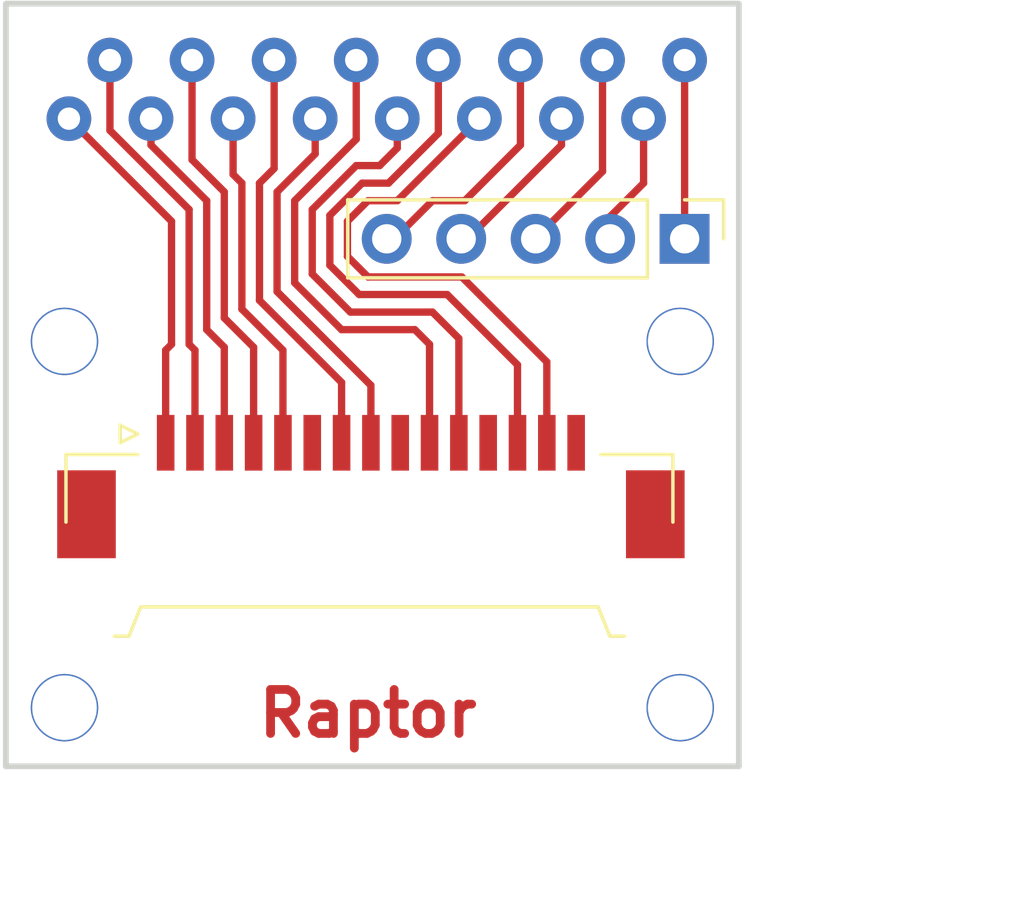
<source format=kicad_pcb>
(kicad_pcb (version 4) (host pcbnew 4.0.5)

  (general
    (links 16)
    (no_connects 0)
    (area 135.419999 97.874999 174.07029 131.300001)
    (thickness 1.6)
    (drawings 8)
    (tracks 84)
    (zones 0)
    (modules 7)
    (nets 21)
  )

  (page A4)
  (title_block
    (title Raptor)
  )

  (layers
    (0 F.Cu signal)
    (31 B.Cu signal hide)
    (32 B.Adhes user hide)
    (33 F.Adhes user hide)
    (34 B.Paste user hide)
    (35 F.Paste user hide)
    (36 B.SilkS user hide)
    (37 F.SilkS user hide)
    (38 B.Mask user hide)
    (39 F.Mask user hide)
    (40 Dwgs.User user hide)
    (41 Cmts.User user hide)
    (42 Eco1.User user hide)
    (43 Eco2.User user hide)
    (44 Edge.Cuts user)
    (45 Margin user hide)
    (46 B.CrtYd user hide)
    (47 F.CrtYd user)
    (48 B.Fab user)
    (49 F.Fab user hide)
  )

  (setup
    (last_trace_width 0.25)
    (trace_clearance 0.2)
    (zone_clearance 0.508)
    (zone_45_only yes)
    (trace_min 0.2)
    (segment_width 0.2)
    (edge_width 0.2)
    (via_size 0.6)
    (via_drill 0.4)
    (via_min_size 0.4)
    (via_min_drill 0.3)
    (uvia_size 0.3)
    (uvia_drill 0.1)
    (uvias_allowed no)
    (uvia_min_size 0.2)
    (uvia_min_drill 0.1)
    (pcb_text_width 0.3)
    (pcb_text_size 1.5 1.5)
    (mod_edge_width 0.15)
    (mod_text_size 1 1)
    (mod_text_width 0.15)
    (pad_size 1.5 1.5)
    (pad_drill 0.6)
    (pad_to_mask_clearance 0)
    (aux_axis_origin 0 0)
    (grid_origin 128.27 127)
    (visible_elements 7FFFFFFF)
    (pcbplotparams
      (layerselection 0x00030_80000001)
      (usegerberextensions false)
      (excludeedgelayer true)
      (linewidth 0.100000)
      (plotframeref false)
      (viasonmask false)
      (mode 1)
      (useauxorigin false)
      (hpglpennumber 1)
      (hpglpenspeed 20)
      (hpglpendiameter 15)
      (hpglpenoverlay 2)
      (psnegative false)
      (psa4output false)
      (plotreference true)
      (plotvalue true)
      (plotinvisibletext false)
      (padsonsilk false)
      (subtractmaskfromsilk false)
      (outputformat 1)
      (mirror false)
      (drillshape 0)
      (scaleselection 1)
      (outputdirectory ""))
  )

  (net 0 "")
  (net 1 "Net-(P1-Pad1)")
  (net 2 "Net-(P1-Pad2)")
  (net 3 "Net-(P1-Pad3)")
  (net 4 "Net-(P1-Pad4)")
  (net 5 "Net-(P1-Pad5)")
  (net 6 "Net-(P1-Pad6)")
  (net 7 "Net-(P1-Pad7)")
  (net 8 "Net-(P1-Pad8)")
  (net 9 "Net-(P1-Pad9)")
  (net 10 "Net-(P1-Pad10)")
  (net 11 "Net-(P1-Pad11)")
  (net 12 "Net-(P1-Pad12)")
  (net 13 "Net-(P1-Pad13)")
  (net 14 "Net-(P1-Pad14)")
  (net 15 "Net-(P1-Pad15)")
  (net 16 "Net-(P2-Pad3)")
  (net 17 "Net-(P2-Pad4)")
  (net 18 "Net-(P2-Pad5)")
  (net 19 "Net-(P2-Pad2)")
  (net 20 "Net-(P2-Pad1)")

  (net_class Default "To jest domyślna klasa połączeń."
    (clearance 0.2)
    (trace_width 0.25)
    (via_dia 0.6)
    (via_drill 0.4)
    (uvia_dia 0.3)
    (uvia_drill 0.1)
    (add_net "Net-(P1-Pad1)")
    (add_net "Net-(P1-Pad10)")
    (add_net "Net-(P1-Pad11)")
    (add_net "Net-(P1-Pad12)")
    (add_net "Net-(P1-Pad13)")
    (add_net "Net-(P1-Pad14)")
    (add_net "Net-(P1-Pad15)")
    (add_net "Net-(P1-Pad2)")
    (add_net "Net-(P1-Pad3)")
    (add_net "Net-(P1-Pad4)")
    (add_net "Net-(P1-Pad5)")
    (add_net "Net-(P1-Pad6)")
    (add_net "Net-(P1-Pad7)")
    (add_net "Net-(P1-Pad8)")
    (add_net "Net-(P1-Pad9)")
    (add_net "Net-(P2-Pad1)")
    (add_net "Net-(P2-Pad2)")
    (add_net "Net-(P2-Pad3)")
    (add_net "Net-(P2-Pad4)")
    (add_net "Net-(P2-Pad5)")
  )

  (module Pin_Headers:Pin_Header_Straight_1x05_Pitch2.54mm (layer F.Cu) (tedit 58DDFB18) (tstamp 58DDFC2E)
    (at 158.67 106 270)
    (descr "Through hole straight pin header, 1x05, 2.54mm pitch, single row")
    (tags "Through hole pin header THT 1x05 2.54mm single row")
    (path /58DDF822)
    (fp_text reference "" (at 0 -2.33 270) (layer F.SilkS)
      (effects (font (size 1 1) (thickness 0.15)))
    )
    (fp_text value "" (at 0 12.49 270) (layer F.Fab)
      (effects (font (size 1 1) (thickness 0.15)))
    )
    (fp_line (start -1.27 -1.27) (end -1.27 11.43) (layer F.Fab) (width 0.1))
    (fp_line (start -1.27 11.43) (end 1.27 11.43) (layer F.Fab) (width 0.1))
    (fp_line (start 1.27 11.43) (end 1.27 -1.27) (layer F.Fab) (width 0.1))
    (fp_line (start 1.27 -1.27) (end -1.27 -1.27) (layer F.Fab) (width 0.1))
    (fp_line (start -1.33 1.27) (end -1.33 11.49) (layer F.SilkS) (width 0.12))
    (fp_line (start -1.33 11.49) (end 1.33 11.49) (layer F.SilkS) (width 0.12))
    (fp_line (start 1.33 11.49) (end 1.33 1.27) (layer F.SilkS) (width 0.12))
    (fp_line (start 1.33 1.27) (end -1.33 1.27) (layer F.SilkS) (width 0.12))
    (fp_line (start -1.33 0) (end -1.33 -1.33) (layer F.SilkS) (width 0.12))
    (fp_line (start -1.33 -1.33) (end 0 -1.33) (layer F.SilkS) (width 0.12))
    (fp_line (start -1.8 -1.8) (end -1.8 11.95) (layer F.CrtYd) (width 0.05))
    (fp_line (start -1.8 11.95) (end 1.8 11.95) (layer F.CrtYd) (width 0.05))
    (fp_line (start 1.8 11.95) (end 1.8 -1.8) (layer F.CrtYd) (width 0.05))
    (fp_line (start 1.8 -1.8) (end -1.8 -1.8) (layer F.CrtYd) (width 0.05))
    (fp_text user %R (at 0 -2.33 270) (layer F.Fab)
      (effects (font (size 1 1) (thickness 0.15)))
    )
    (pad 1 thru_hole rect (at 0 0 270) (size 1.7 1.7) (drill 1) (layers *.Cu *.Mask)
      (net 20 "Net-(P2-Pad1)"))
    (pad 2 thru_hole oval (at 0 2.54 270) (size 1.7 1.7) (drill 1) (layers *.Cu *.Mask)
      (net 19 "Net-(P2-Pad2)"))
    (pad 3 thru_hole oval (at 0 5.08 270) (size 1.7 1.7) (drill 1) (layers *.Cu *.Mask)
      (net 16 "Net-(P2-Pad3)"))
    (pad 4 thru_hole oval (at 0 7.62 270) (size 1.7 1.7) (drill 1) (layers *.Cu *.Mask)
      (net 17 "Net-(P2-Pad4)"))
    (pad 5 thru_hole oval (at 0 10.16 270) (size 1.7 1.7) (drill 1) (layers *.Cu *.Mask)
      (net 18 "Net-(P2-Pad5)"))
    (model ${KISYS3DMOD}/Pin_Headers.3dshapes/Pin_Header_Straight_1x05_Pitch2.54mm.wrl
      (at (xyz 0 -0.2 0))
      (scale (xyz 1 1 1))
      (rotate (xyz 0 0 90))
    )
  )

  (module rpi:2.20mmDrill (layer F.Cu) (tedit 58C424E1) (tstamp 58C426D1)
    (at 137.52 122)
    (descr "WireConnection with 2.5mm drill")
    (fp_text reference "" (at 4.8514 0.2032) (layer F.SilkS)
      (effects (font (size 1 1) (thickness 0.15)))
    )
    (fp_text value "" (at 5.08 3.81) (layer F.Fab)
      (effects (font (size 1 1) (thickness 0.15)))
    )
    (pad "" thru_hole circle (at 0 0) (size 2.3 2.3) (drill 2.2) (layers *.Cu *.Mask))
  )

  (module rpi:2.20mmDrill (layer F.Cu) (tedit 58C424E1) (tstamp 58C426DA)
    (at 158.52 109.5)
    (descr "WireConnection with 2.5mm drill")
    (fp_text reference "" (at 4.8514 0.2032) (layer F.SilkS)
      (effects (font (size 1 1) (thickness 0.15)))
    )
    (fp_text value "" (at 5.08 3.81) (layer F.Fab)
      (effects (font (size 1 1) (thickness 0.15)))
    )
    (pad "" thru_hole circle (at 0 0) (size 2.3 2.3) (drill 2.2) (layers *.Cu *.Mask))
  )

  (module rpi:2.20mmDrill (layer F.Cu) (tedit 58C424E1) (tstamp 58C426E3)
    (at 158.52 122)
    (descr "WireConnection with 2.5mm drill")
    (fp_text reference "" (at 4.8514 0.2032) (layer F.SilkS)
      (effects (font (size 1 1) (thickness 0.15)))
    )
    (fp_text value "" (at 5.08 3.81) (layer F.Fab)
      (effects (font (size 1 1) (thickness 0.15)))
    )
    (pad "" thru_hole circle (at 0 0) (size 2.3 2.3) (drill 2.2) (layers *.Cu *.Mask))
  )

  (module rpi:2.20mmDrill (layer F.Cu) (tedit 58C424E1) (tstamp 58C426F5)
    (at 137.52 109.5)
    (descr "WireConnection with 2.5mm drill")
    (fp_text reference "" (at 4.8514 0.2032) (layer F.SilkS)
      (effects (font (size 1 1) (thickness 0.15)))
    )
    (fp_text value "" (at 5.08 3.81) (layer F.Fab)
      (effects (font (size 1 1) (thickness 0.15)))
    )
    (pad "" thru_hole circle (at 0 0) (size 2.3 2.3) (drill 2.2) (layers *.Cu *.Mask))
  )

  (module objects:flat_cable_connector_16pin (layer F.Cu) (tedit 58DDFB0E) (tstamp 58DDFC42)
    (at 148.27 102.9)
    (path /58DE03D8)
    (fp_text reference "" (at 1 2.5) (layer F.SilkS)
      (effects (font (size 1 1) (thickness 0.15)))
    )
    (fp_text value "" (at 0 1) (layer F.Fab)
      (effects (font (size 1 1) (thickness 0.15)))
    )
    (pad 16 thru_hole circle (at 10.4 -3) (size 1.524 1.524) (drill 0.762) (layers *.Cu *.Mask)
      (net 20 "Net-(P2-Pad1)"))
    (pad 3 thru_hole circle (at -7.8 -1) (size 1.524 1.524) (drill 0.762) (layers *.Cu *.Mask)
      (net 3 "Net-(P1-Pad3)"))
    (pad 4 thru_hole circle (at -6.4 -3) (size 1.524 1.524) (drill 0.762) (layers *.Cu *.Mask)
      (net 4 "Net-(P1-Pad4)"))
    (pad 5 thru_hole circle (at -5 -1) (size 1.524 1.524) (drill 0.762) (layers *.Cu *.Mask)
      (net 5 "Net-(P1-Pad5)"))
    (pad 6 thru_hole circle (at -3.6 -3) (size 1.524 1.524) (drill 0.762) (layers *.Cu *.Mask)
      (net 7 "Net-(P1-Pad7)"))
    (pad 7 thru_hole circle (at -2.2 -1) (size 1.524 1.524) (drill 0.762) (layers *.Cu *.Mask)
      (net 8 "Net-(P1-Pad8)"))
    (pad 8 thru_hole circle (at -0.8 -3) (size 1.524 1.524) (drill 0.762) (layers *.Cu *.Mask)
      (net 10 "Net-(P1-Pad10)"))
    (pad 9 thru_hole circle (at 0.6 -1) (size 1.524 1.524) (drill 0.762) (layers *.Cu *.Mask)
      (net 11 "Net-(P1-Pad11)"))
    (pad 10 thru_hole circle (at 2 -3) (size 1.524 1.524) (drill 0.762) (layers *.Cu *.Mask)
      (net 13 "Net-(P1-Pad13)"))
    (pad 11 thru_hole circle (at 3.4 -1) (size 1.524 1.524) (drill 0.762) (layers *.Cu *.Mask)
      (net 14 "Net-(P1-Pad14)"))
    (pad 12 thru_hole circle (at 4.8 -3) (size 1.524 1.524) (drill 0.762) (layers *.Cu *.Mask)
      (net 18 "Net-(P2-Pad5)"))
    (pad 13 thru_hole circle (at 6.2 -1) (size 1.524 1.524) (drill 0.762) (layers *.Cu *.Mask)
      (net 17 "Net-(P2-Pad4)"))
    (pad 2 thru_hole circle (at -9.2 -3) (size 1.524 1.524) (drill 0.762) (layers *.Cu *.Mask)
      (net 2 "Net-(P1-Pad2)"))
    (pad 14 thru_hole circle (at 7.6 -3) (size 1.524 1.524) (drill 0.762) (layers *.Cu *.Mask)
      (net 16 "Net-(P2-Pad3)"))
    (pad 1 thru_hole circle (at -10.6 -1) (size 1.524 1.524) (drill 0.762) (layers *.Cu *.Mask)
      (net 1 "Net-(P1-Pad1)"))
    (pad 15 thru_hole circle (at 9 -1) (size 1.524 1.524) (drill 0.762) (layers *.Cu *.Mask)
      (net 19 "Net-(P2-Pad2)"))
  )

  (module objects:FFC_connector_15x1.0mm (layer F.Cu) (tedit 58DE1A60) (tstamp 58DDFC16)
    (at 147.87 115.4)
    (descr "Molex Panelmate series connector, 1.25mm pitch, side entry SMT, P/N: 53780-1570")
    (tags "conn molex panelmate")
    (path /58DDF909)
    (attr smd)
    (fp_text reference "" (at 0.05 -4.84) (layer F.SilkS)
      (effects (font (size 1 1) (thickness 0.15)))
    )
    (fp_text value "" (at -0.05 5.66) (layer F.Fab)
      (effects (font (size 1 1) (thickness 0.15)))
    )
    (fp_text user %R (at 0.05 0.46) (layer F.Fab)
      (effects (font (size 1 1) (thickness 0.15)))
    )
    (fp_line (start 10.25 -1.89) (end -10.15 -1.89) (layer F.Fab) (width 0.1))
    (fp_line (start -10.15 -1.89) (end -10.15 4.01) (layer F.Fab) (width 0.1))
    (fp_line (start -10.15 4.01) (end -8.25 4.01) (layer F.Fab) (width 0.1))
    (fp_line (start -8.25 4.01) (end -7.85 3.01) (layer F.Fab) (width 0.1))
    (fp_line (start -7.85 3.01) (end 7.95 3.01) (layer F.Fab) (width 0.1))
    (fp_line (start 7.95 3.01) (end 8.35 4.01) (layer F.Fab) (width 0.1))
    (fp_line (start 8.35 4.01) (end 10.25 4.01) (layer F.Fab) (width 0.1))
    (fp_line (start 10.25 4.01) (end 10.25 -1.89) (layer F.Fab) (width 0.1))
    (fp_line (start -7.85 -2.04) (end -10.3 -2.04) (layer F.SilkS) (width 0.12))
    (fp_line (start -10.3 -2.04) (end -10.3 0.265) (layer F.SilkS) (width 0.12))
    (fp_line (start 7.95 -2.04) (end 10.4 -2.04) (layer F.SilkS) (width 0.12))
    (fp_line (start 10.4 -2.04) (end 10.4 0.265) (layer F.SilkS) (width 0.12))
    (fp_line (start -8.65 4.16) (end -8.15 4.16) (layer F.SilkS) (width 0.12))
    (fp_line (start -8.15 4.16) (end -7.75 3.16) (layer F.SilkS) (width 0.12))
    (fp_line (start -7.75 3.16) (end 7.85 3.16) (layer F.SilkS) (width 0.12))
    (fp_line (start 7.85 3.16) (end 8.25 4.16) (layer F.SilkS) (width 0.12))
    (fp_line (start 8.25 4.16) (end 8.75 4.16) (layer F.SilkS) (width 0.12))
    (fp_line (start -7.85 -2.74) (end -8.45 -3.04) (layer F.SilkS) (width 0.12))
    (fp_line (start -8.45 -3.04) (end -8.45 -2.44) (layer F.SilkS) (width 0.12))
    (fp_line (start -8.45 -2.44) (end -7.85 -2.74) (layer F.SilkS) (width 0.12))
    (fp_line (start -7.85 -2.74) (end -8.45 -3.04) (layer F.Fab) (width 0.1))
    (fp_line (start -8.45 -3.04) (end -8.45 -2.44) (layer F.Fab) (width 0.1))
    (fp_line (start -8.45 -2.44) (end -7.85 -2.74) (layer F.Fab) (width 0.1))
    (fp_line (start -10.95 -3.9) (end -10.95 4.7) (layer F.CrtYd) (width 0.05))
    (fp_line (start -10.95 4.7) (end 11.05 4.7) (layer F.CrtYd) (width 0.05))
    (fp_line (start 11.05 4.7) (end 11.05 -3.9) (layer F.CrtYd) (width 0.05))
    (fp_line (start 11.05 -3.9) (end -10.95 -3.9) (layer F.CrtYd) (width 0.05))
    (pad "" smd rect (at -9.6 0) (size 2 3) (layers F.Cu F.Paste F.Mask))
    (pad 1 smd rect (at -6.9 -2.44) (size 0.6 1.9) (layers F.Cu F.Paste F.Mask)
      (net 1 "Net-(P1-Pad1)"))
    (pad 2 smd rect (at -5.9 -2.44) (size 0.6 1.9) (layers F.Cu F.Paste F.Mask)
      (net 2 "Net-(P1-Pad2)"))
    (pad 3 smd rect (at -4.9 -2.44) (size 0.6 1.9) (layers F.Cu F.Paste F.Mask)
      (net 3 "Net-(P1-Pad3)"))
    (pad 4 smd rect (at -3.9 -2.44) (size 0.6 1.9) (layers F.Cu F.Paste F.Mask)
      (net 4 "Net-(P1-Pad4)"))
    (pad 5 smd rect (at -2.9 -2.44) (size 0.6 1.9) (layers F.Cu F.Paste F.Mask)
      (net 5 "Net-(P1-Pad5)"))
    (pad 6 smd rect (at -1.9 -2.44) (size 0.6 1.9) (layers F.Cu F.Paste F.Mask)
      (net 6 "Net-(P1-Pad6)"))
    (pad 7 smd rect (at -0.9 -2.44) (size 0.6 1.9) (layers F.Cu F.Paste F.Mask)
      (net 7 "Net-(P1-Pad7)"))
    (pad 8 smd rect (at 0.1 -2.44) (size 0.6 1.9) (layers F.Cu F.Paste F.Mask)
      (net 8 "Net-(P1-Pad8)"))
    (pad 9 smd rect (at 1.1 -2.44) (size 0.6 1.9) (layers F.Cu F.Paste F.Mask)
      (net 9 "Net-(P1-Pad9)"))
    (pad 10 smd rect (at 2.1 -2.44) (size 0.6 1.9) (layers F.Cu F.Paste F.Mask)
      (net 10 "Net-(P1-Pad10)"))
    (pad 11 smd rect (at 3.1 -2.44) (size 0.6 1.9) (layers F.Cu F.Paste F.Mask)
      (net 11 "Net-(P1-Pad11)"))
    (pad 12 smd rect (at 4.1 -2.44) (size 0.6 1.9) (layers F.Cu F.Paste F.Mask)
      (net 12 "Net-(P1-Pad12)"))
    (pad 13 smd rect (at 5.1 -2.44) (size 0.6 1.9) (layers F.Cu F.Paste F.Mask)
      (net 13 "Net-(P1-Pad13)"))
    (pad 14 smd rect (at 6.1 -2.44) (size 0.6 1.9) (layers F.Cu F.Paste F.Mask)
      (net 14 "Net-(P1-Pad14)"))
    (pad 15 smd rect (at 7.1 -2.44) (size 0.6 1.9) (layers F.Cu F.Paste F.Mask)
      (net 15 "Net-(P1-Pad15)"))
    (pad "" smd rect (at 9.8 0) (size 2 3) (layers F.Cu F.Paste F.Mask))
    (model Connectors_Molex.3dshapes/Molex_Panelmate-53780-1570_15x1.25mm_Angled.wrl
      (at (xyz 0 0 0))
      (scale (xyz 1 1 1))
      (rotate (xyz 0 0 0))
    )
  )

  (dimension 26.000192 (width 0.3) (layer B.Fab)
    (gr_text "26,000 mm" (at 167.57029 111.027116 89.7796327) (layer B.Fab)
      (effects (font (size 1.5 1.5) (thickness 0.3)))
    )
    (feature1 (pts (xy 160.57 98) (xy 168.97028 98.032309)))
    (feature2 (pts (xy 160.47 124) (xy 168.87028 124.032309)))
    (crossbar (pts (xy 166.1703 124.021924) (xy 166.2703 98.021924)))
    (arrow1a (pts (xy 166.2703 98.021924) (xy 166.852384 99.150675)))
    (arrow1b (pts (xy 166.2703 98.021924) (xy 165.679551 99.146164)))
    (arrow2a (pts (xy 166.1703 124.021924) (xy 166.761049 122.897684)))
    (arrow2b (pts (xy 166.1703 124.021924) (xy 165.588216 122.893173)))
  )
  (dimension 25 (width 0.3) (layer B.Fab)
    (gr_text "25,000 mm" (at 147.97 129.95) (layer B.Fab)
      (effects (font (size 1.5 1.5) (thickness 0.3)))
    )
    (feature1 (pts (xy 160.47 124) (xy 160.47 131.3)))
    (feature2 (pts (xy 135.47 124) (xy 135.47 131.3)))
    (crossbar (pts (xy 135.47 128.6) (xy 160.47 128.6)))
    (arrow1a (pts (xy 160.47 128.6) (xy 159.343496 129.186421)))
    (arrow1b (pts (xy 160.47 128.6) (xy 159.343496 128.013579)))
    (arrow2a (pts (xy 135.47 128.6) (xy 136.596504 129.186421)))
    (arrow2b (pts (xy 135.47 128.6) (xy 136.596504 128.013579)))
  )
  (gr_line (start 160.52 124) (end 160.52 98) (angle 90) (layer Edge.Cuts) (width 0.2))
  (gr_text Raptor (at 147.87 122.2) (layer F.Cu)
    (effects (font (size 1.5 1.5) (thickness 0.3)))
  )
  (gr_line (start 160.52 97.975) (end 135.52 97.975) (angle 90) (layer Edge.Cuts) (width 0.2))
  (gr_circle (center 158.47 122) (end 158.47 123) (layer F.Fab) (width 0.2))
  (gr_line (start 135.52 124) (end 135.52 98) (angle 90) (layer Edge.Cuts) (width 0.2))
  (gr_line (start 160.52 124) (end 135.52 124) (angle 90) (layer Edge.Cuts) (width 0.2))

  (segment (start 140.97 112.96) (end 140.97 109.8) (width 0.25) (layer F.Cu) (net 1) (status 400000))
  (segment (start 141.17 105.4) (end 137.67 101.9) (width 0.25) (layer F.Cu) (net 1) (tstamp 58DE32EA) (status 800000))
  (segment (start 141.17 109.6) (end 141.17 105.4) (width 0.25) (layer F.Cu) (net 1) (tstamp 58DE32DF))
  (segment (start 140.97 109.8) (end 141.17 109.6) (width 0.25) (layer F.Cu) (net 1) (tstamp 58DE32DB))
  (segment (start 141.97 112.96) (end 141.97 109.8) (width 0.25) (layer F.Cu) (net 2) (status 400000))
  (segment (start 139.07 102.3) (end 139.07 99.9) (width 0.25) (layer F.Cu) (net 2) (tstamp 58DE32D6) (status 800000))
  (segment (start 141.77 105) (end 139.07 102.3) (width 0.25) (layer F.Cu) (net 2) (tstamp 58DE32CC))
  (segment (start 141.77 109.6) (end 141.77 105) (width 0.25) (layer F.Cu) (net 2) (tstamp 58DE32C7))
  (segment (start 141.97 109.8) (end 141.77 109.6) (width 0.25) (layer F.Cu) (net 2) (tstamp 58DE32BC))
  (segment (start 142.97 112.96) (end 142.97 109.7) (width 0.25) (layer F.Cu) (net 3) (status 400000))
  (segment (start 140.47 102.8) (end 140.47 101.9) (width 0.25) (layer F.Cu) (net 3) (tstamp 58DE31C7) (status 800000))
  (segment (start 142.37 104.7) (end 140.47 102.8) (width 0.25) (layer F.Cu) (net 3) (tstamp 58DE31BA))
  (segment (start 142.37 109.1) (end 142.37 104.7) (width 0.25) (layer F.Cu) (net 3) (tstamp 58DE31AC))
  (segment (start 142.97 109.7) (end 142.37 109.1) (width 0.25) (layer F.Cu) (net 3) (tstamp 58DE31A6))
  (segment (start 143.97 112.96) (end 143.97 109.7) (width 0.25) (layer F.Cu) (net 4) (status 400000))
  (segment (start 141.87 103.3) (end 141.87 99.9) (width 0.25) (layer F.Cu) (net 4) (tstamp 58DE31A0) (status 800000))
  (segment (start 142.97 104.4) (end 141.87 103.3) (width 0.25) (layer F.Cu) (net 4) (tstamp 58DE3196))
  (segment (start 142.97 108.7) (end 142.97 104.4) (width 0.25) (layer F.Cu) (net 4) (tstamp 58DE318D))
  (segment (start 143.97 109.7) (end 142.97 108.7) (width 0.25) (layer F.Cu) (net 4) (tstamp 58DE3186))
  (segment (start 144.97 112.96) (end 144.97 109.8) (width 0.25) (layer F.Cu) (net 5) (status 400000))
  (segment (start 143.27 103.8) (end 143.27 101.9) (width 0.25) (layer F.Cu) (net 5) (tstamp 58DE314B) (status 800000))
  (segment (start 143.57 104.1) (end 143.27 103.8) (width 0.25) (layer F.Cu) (net 5) (tstamp 58DE3146))
  (segment (start 143.57 108.4) (end 143.57 104.1) (width 0.25) (layer F.Cu) (net 5) (tstamp 58DE3138))
  (segment (start 144.97 109.8) (end 143.57 108.4) (width 0.25) (layer F.Cu) (net 5) (tstamp 58DE3127))
  (segment (start 146.97 112.96) (end 146.97 110.9) (width 0.25) (layer F.Cu) (net 7) (status 400000))
  (segment (start 144.67 103.6) (end 144.67 99.9) (width 0.25) (layer F.Cu) (net 7) (tstamp 58DE3120) (status 800000))
  (segment (start 144.17 104.1) (end 144.67 103.6) (width 0.25) (layer F.Cu) (net 7) (tstamp 58DE311A))
  (segment (start 144.17 108.1) (end 144.17 104.1) (width 0.25) (layer F.Cu) (net 7) (tstamp 58DE3110))
  (segment (start 146.97 110.9) (end 144.17 108.1) (width 0.25) (layer F.Cu) (net 7) (tstamp 58DE30F9))
  (segment (start 147.97 112.96) (end 147.97 111) (width 0.25) (layer F.Cu) (net 8) (status 400000))
  (segment (start 146.07 103.1) (end 146.07 101.9) (width 0.25) (layer F.Cu) (net 8) (tstamp 58DE3172) (status 800000))
  (segment (start 144.77 104.4) (end 146.07 103.1) (width 0.25) (layer F.Cu) (net 8) (tstamp 58DE316C))
  (segment (start 144.77 107.8) (end 144.77 104.4) (width 0.25) (layer F.Cu) (net 8) (tstamp 58DE3166))
  (segment (start 147.97 111) (end 144.77 107.8) (width 0.25) (layer F.Cu) (net 8) (tstamp 58DE315D))
  (segment (start 146.07 102.4) (end 146.07 101.9) (width 0.25) (layer F.Cu) (net 8) (tstamp 58DE2DE2))
  (segment (start 149.97 112.96) (end 149.97 109.6) (width 0.25) (layer F.Cu) (net 10) (status 400000))
  (segment (start 147.47 102.6) (end 147.47 99.9) (width 0.25) (layer F.Cu) (net 10) (tstamp 58DE30A8) (status 800000))
  (segment (start 145.37 104.7) (end 147.47 102.6) (width 0.25) (layer F.Cu) (net 10) (tstamp 58DE309C))
  (segment (start 145.37 107.5) (end 145.37 104.7) (width 0.25) (layer F.Cu) (net 10) (tstamp 58DE3092))
  (segment (start 146.97 109.1) (end 145.37 107.5) (width 0.25) (layer F.Cu) (net 10) (tstamp 58DE308C))
  (segment (start 149.47 109.1) (end 146.97 109.1) (width 0.25) (layer F.Cu) (net 10) (tstamp 58DE3088))
  (segment (start 149.97 109.6) (end 149.47 109.1) (width 0.25) (layer F.Cu) (net 10) (tstamp 58DE307F))
  (segment (start 150.97 112.96) (end 150.97 109.4) (width 0.25) (layer F.Cu) (net 11) (status 400000))
  (segment (start 148.87 102.9) (end 148.87 101.9) (width 0.25) (layer F.Cu) (net 11) (tstamp 58DE3077) (status 800000))
  (segment (start 148.27 103.5) (end 148.87 102.9) (width 0.25) (layer F.Cu) (net 11) (tstamp 58DE3074))
  (segment (start 147.47 103.5) (end 148.27 103.5) (width 0.25) (layer F.Cu) (net 11) (tstamp 58DE3070))
  (segment (start 145.97 105) (end 147.47 103.5) (width 0.25) (layer F.Cu) (net 11) (tstamp 58DE306C))
  (segment (start 145.97 107.2) (end 145.97 105) (width 0.25) (layer F.Cu) (net 11) (tstamp 58DE306A))
  (segment (start 147.27 108.5) (end 145.97 107.2) (width 0.25) (layer F.Cu) (net 11) (tstamp 58DE3064))
  (segment (start 150.07 108.5) (end 147.27 108.5) (width 0.25) (layer F.Cu) (net 11) (tstamp 58DE305E))
  (segment (start 150.97 109.4) (end 150.07 108.5) (width 0.25) (layer F.Cu) (net 11) (tstamp 58DE3057))
  (segment (start 152.97 112.96) (end 152.97 110.3) (width 0.25) (layer F.Cu) (net 13))
  (segment (start 150.27 102.4) (end 150.27 99.9) (width 0.25) (layer F.Cu) (net 13) (tstamp 58DE3007))
  (segment (start 148.57 104.1) (end 150.27 102.4) (width 0.25) (layer F.Cu) (net 13) (tstamp 58DE3006))
  (segment (start 147.67 104.1) (end 148.57 104.1) (width 0.25) (layer F.Cu) (net 13) (tstamp 58DE3004))
  (segment (start 146.57 105.2) (end 147.67 104.1) (width 0.25) (layer F.Cu) (net 13) (tstamp 58DE2FFF))
  (segment (start 146.57 106.9) (end 146.57 105.2) (width 0.25) (layer F.Cu) (net 13) (tstamp 58DE2FFD))
  (segment (start 147.57 107.9) (end 146.57 106.9) (width 0.25) (layer F.Cu) (net 13) (tstamp 58DE2FFA))
  (segment (start 150.57 107.9) (end 147.57 107.9) (width 0.25) (layer F.Cu) (net 13) (tstamp 58DE2FF3))
  (segment (start 152.97 110.3) (end 150.57 107.9) (width 0.25) (layer F.Cu) (net 13) (tstamp 58DE2FED))
  (segment (start 153.97 112.96) (end 153.97 110.2) (width 0.25) (layer F.Cu) (net 14))
  (segment (start 148.87 104.7) (end 151.67 101.9) (width 0.25) (layer F.Cu) (net 14) (tstamp 58DE2FA2))
  (segment (start 147.87 104.7) (end 148.87 104.7) (width 0.25) (layer F.Cu) (net 14) (tstamp 58DE2F9B))
  (segment (start 147.17 105.4) (end 147.87 104.7) (width 0.25) (layer F.Cu) (net 14) (tstamp 58DE2F95))
  (segment (start 147.17 106.6) (end 147.17 105.4) (width 0.25) (layer F.Cu) (net 14) (tstamp 58DE2F91))
  (segment (start 147.87 107.3) (end 147.17 106.6) (width 0.25) (layer F.Cu) (net 14) (tstamp 58DE2F8F))
  (segment (start 151.07 107.3) (end 147.87 107.3) (width 0.25) (layer F.Cu) (net 14) (tstamp 58DE2F8C))
  (segment (start 153.97 110.2) (end 151.07 107.3) (width 0.25) (layer F.Cu) (net 14) (tstamp 58DE2F87))
  (segment (start 153.59 106) (end 153.59 105.98) (width 0.25) (layer F.Cu) (net 16))
  (segment (start 153.59 105.98) (end 155.87 103.7) (width 0.25) (layer F.Cu) (net 16) (tstamp 58DE20BC))
  (segment (start 155.87 103.7) (end 155.87 99.9) (width 0.25) (layer F.Cu) (net 16) (tstamp 58DE20BD))
  (segment (start 151.05 106) (end 151.27 106) (width 0.25) (layer F.Cu) (net 17))
  (segment (start 151.27 106) (end 154.47 102.8) (width 0.25) (layer F.Cu) (net 17) (tstamp 58DE20D5))
  (segment (start 154.47 102.8) (end 154.47 101.9) (width 0.25) (layer F.Cu) (net 17) (tstamp 58DE20D6))
  (segment (start 148.51 106) (end 148.77 106) (width 0.25) (layer F.Cu) (net 18))
  (segment (start 148.77 106) (end 150.07 104.7) (width 0.25) (layer F.Cu) (net 18) (tstamp 58DE2FAB))
  (segment (start 153.07 102.8) (end 153.07 99.9) (width 0.25) (layer F.Cu) (net 18) (tstamp 58DE2FC4))
  (segment (start 151.17 104.7) (end 153.07 102.8) (width 0.25) (layer F.Cu) (net 18) (tstamp 58DE2FBC))
  (segment (start 150.07 104.7) (end 151.17 104.7) (width 0.25) (layer F.Cu) (net 18) (tstamp 58DE2FB7))
  (segment (start 148.51 106) (end 148.51 105.96) (width 0.25) (layer F.Cu) (net 18))
  (segment (start 156.13 106) (end 156.13 105.24) (width 0.25) (layer F.Cu) (net 19))
  (segment (start 156.13 105.24) (end 157.27 104.1) (width 0.25) (layer F.Cu) (net 19) (tstamp 58DE20CF))
  (segment (start 157.27 104.1) (end 157.27 101.9) (width 0.25) (layer F.Cu) (net 19) (tstamp 58DE20D0))
  (segment (start 158.67 106) (end 158.67 99.9) (width 0.25) (layer F.Cu) (net 20))

)

</source>
